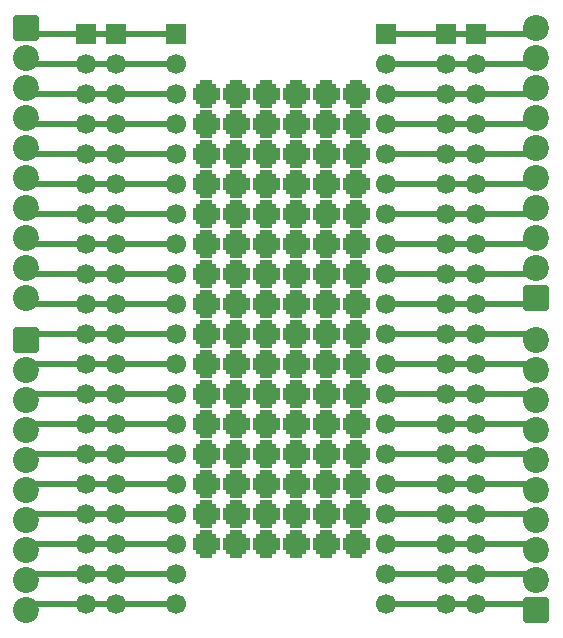
<source format=gtl>
G04 #@! TF.GenerationSoftware,KiCad,Pcbnew,9.0.6*
G04 #@! TF.CreationDate,2026-01-01T23:22:27-06:00*
G04 #@! TF.ProjectId,PiPico_BOB,50695069-636f-45f4-924f-422e6b696361,rev?*
G04 #@! TF.SameCoordinates,Original*
G04 #@! TF.FileFunction,Copper,L1,Top*
G04 #@! TF.FilePolarity,Positive*
%FSLAX46Y46*%
G04 Gerber Fmt 4.6, Leading zero omitted, Abs format (unit mm)*
G04 Created by KiCad (PCBNEW 9.0.6) date 2026-01-01 23:22:27*
%MOMM*%
%LPD*%
G01*
G04 APERTURE LIST*
G04 Aperture macros list*
%AMRoundRect*
0 Rectangle with rounded corners*
0 $1 Rounding radius*
0 $2 $3 $4 $5 $6 $7 $8 $9 X,Y pos of 4 corners*
0 Add a 4 corners polygon primitive as box body*
4,1,4,$2,$3,$4,$5,$6,$7,$8,$9,$2,$3,0*
0 Add four circle primitives for the rounded corners*
1,1,$1+$1,$2,$3*
1,1,$1+$1,$4,$5*
1,1,$1+$1,$6,$7*
1,1,$1+$1,$8,$9*
0 Add four rect primitives between the rounded corners*
20,1,$1+$1,$2,$3,$4,$5,0*
20,1,$1+$1,$4,$5,$6,$7,0*
20,1,$1+$1,$6,$7,$8,$9,0*
20,1,$1+$1,$8,$9,$2,$3,0*%
G04 Aperture macros list end*
G04 #@! TA.AperFunction,ComponentPad*
%ADD10R,1.700000X1.700000*%
G04 #@! TD*
G04 #@! TA.AperFunction,ComponentPad*
%ADD11C,1.700000*%
G04 #@! TD*
G04 #@! TA.AperFunction,SMDPad,CuDef*
%ADD12R,0.500000X1.000000*%
G04 #@! TD*
G04 #@! TA.AperFunction,SMDPad,CuDef*
%ADD13R,1.000000X0.500000*%
G04 #@! TD*
G04 #@! TA.AperFunction,ComponentPad*
%ADD14R,1.800000X1.800000*%
G04 #@! TD*
G04 #@! TA.AperFunction,ComponentPad*
%ADD15C,2.200000*%
G04 #@! TD*
G04 #@! TA.AperFunction,ComponentPad*
%ADD16RoundRect,0.249999X0.850001X-0.850001X0.850001X0.850001X-0.850001X0.850001X-0.850001X-0.850001X0*%
G04 #@! TD*
G04 #@! TA.AperFunction,ComponentPad*
%ADD17RoundRect,0.249999X-0.850001X0.850001X-0.850001X-0.850001X0.850001X-0.850001X0.850001X0.850001X0*%
G04 #@! TD*
G04 #@! TA.AperFunction,Conductor*
%ADD18C,0.500000*%
G04 #@! TD*
G04 APERTURE END LIST*
D10*
X78161295Y-58337363D03*
D11*
X78161295Y-60877363D03*
X78161295Y-63417363D03*
X78161295Y-65957363D03*
X78161295Y-68497363D03*
X78161295Y-71037363D03*
X78161295Y-73577363D03*
X78161295Y-76117363D03*
X78161295Y-78657363D03*
X78161295Y-81197363D03*
X78161295Y-83737363D03*
X78161295Y-86277363D03*
X78161295Y-88817363D03*
X78161295Y-91357363D03*
X78161295Y-93897363D03*
X78161295Y-96437363D03*
X78161295Y-98977363D03*
X78161295Y-101517363D03*
X78161295Y-104057363D03*
X78161295Y-106597363D03*
D10*
X75621295Y-58337363D03*
D11*
X75621295Y-60877363D03*
X75621295Y-63417363D03*
X75621295Y-65957363D03*
X75621295Y-68497363D03*
X75621295Y-71037363D03*
X75621295Y-73577363D03*
X75621295Y-76117363D03*
X75621295Y-78657363D03*
X75621295Y-81197363D03*
X75621295Y-83737363D03*
X75621295Y-86277363D03*
X75621295Y-88817363D03*
X75621295Y-91357363D03*
X75621295Y-93897363D03*
X75621295Y-96437363D03*
X75621295Y-98977363D03*
X75621295Y-101517363D03*
X75621295Y-104057363D03*
X75621295Y-106597363D03*
D12*
X97581295Y-101517363D03*
D13*
X98481295Y-100617363D03*
D14*
X98481295Y-101517363D03*
D13*
X98481295Y-102417363D03*
D12*
X99381295Y-101517363D03*
X97581295Y-98977363D03*
D13*
X98481295Y-98077363D03*
D14*
X98481295Y-98977363D03*
D13*
X98481295Y-99877363D03*
D12*
X99381295Y-98977363D03*
X97581295Y-96437363D03*
D13*
X98481295Y-95537363D03*
D14*
X98481295Y-96437363D03*
D13*
X98481295Y-97337363D03*
D12*
X99381295Y-96437363D03*
X97581295Y-93897363D03*
D13*
X98481295Y-92997363D03*
D14*
X98481295Y-93897363D03*
D13*
X98481295Y-94797363D03*
D12*
X99381295Y-93897363D03*
X97581295Y-91357363D03*
D13*
X98481295Y-90457363D03*
D14*
X98481295Y-91357363D03*
D13*
X98481295Y-92257363D03*
D12*
X99381295Y-91357363D03*
X97581295Y-88817363D03*
D13*
X98481295Y-87917363D03*
D14*
X98481295Y-88817363D03*
D13*
X98481295Y-89717363D03*
D12*
X99381295Y-88817363D03*
X97581295Y-86277363D03*
D13*
X98481295Y-85377363D03*
D14*
X98481295Y-86277363D03*
D13*
X98481295Y-87177363D03*
D12*
X99381295Y-86277363D03*
X97581295Y-83737363D03*
D13*
X98481295Y-82837363D03*
D14*
X98481295Y-83737363D03*
D13*
X98481295Y-84637363D03*
D12*
X99381295Y-83737363D03*
X97581295Y-81197363D03*
D13*
X98481295Y-80297363D03*
D14*
X98481295Y-81197363D03*
D13*
X98481295Y-82097363D03*
D12*
X99381295Y-81197363D03*
X97581295Y-78657363D03*
D13*
X98481295Y-77757363D03*
D14*
X98481295Y-78657363D03*
D13*
X98481295Y-79557363D03*
D12*
X99381295Y-78657363D03*
X97581295Y-76117363D03*
D13*
X98481295Y-75217363D03*
D14*
X98481295Y-76117363D03*
D13*
X98481295Y-77017363D03*
D12*
X99381295Y-76117363D03*
X97581295Y-73577363D03*
D13*
X98481295Y-72677363D03*
D14*
X98481295Y-73577363D03*
D13*
X98481295Y-74477363D03*
D12*
X99381295Y-73577363D03*
X97581295Y-71037363D03*
D13*
X98481295Y-70137363D03*
D14*
X98481295Y-71037363D03*
D13*
X98481295Y-71937363D03*
D12*
X99381295Y-71037363D03*
X97581295Y-68497363D03*
D13*
X98481295Y-67597363D03*
D14*
X98481295Y-68497363D03*
D13*
X98481295Y-69397363D03*
D12*
X99381295Y-68497363D03*
X97581295Y-65957363D03*
D13*
X98481295Y-65057363D03*
D14*
X98481295Y-65957363D03*
D13*
X98481295Y-66857363D03*
D12*
X99381295Y-65957363D03*
X97581295Y-63417363D03*
D13*
X98481295Y-62517363D03*
D14*
X98481295Y-63417363D03*
D13*
X98481295Y-64317363D03*
D12*
X99381295Y-63417363D03*
X95041295Y-101517363D03*
D13*
X95941295Y-100617363D03*
D14*
X95941295Y-101517363D03*
D13*
X95941295Y-102417363D03*
D12*
X96841295Y-101517363D03*
X95041295Y-98977363D03*
D13*
X95941295Y-98077363D03*
D14*
X95941295Y-98977363D03*
D13*
X95941295Y-99877363D03*
D12*
X96841295Y-98977363D03*
X95041295Y-96437363D03*
D13*
X95941295Y-95537363D03*
D14*
X95941295Y-96437363D03*
D13*
X95941295Y-97337363D03*
D12*
X96841295Y-96437363D03*
X95041295Y-93897363D03*
D13*
X95941295Y-92997363D03*
D14*
X95941295Y-93897363D03*
D13*
X95941295Y-94797363D03*
D12*
X96841295Y-93897363D03*
X95041295Y-91357363D03*
D13*
X95941295Y-90457363D03*
D14*
X95941295Y-91357363D03*
D13*
X95941295Y-92257363D03*
D12*
X96841295Y-91357363D03*
X95041295Y-88817363D03*
D13*
X95941295Y-87917363D03*
D14*
X95941295Y-88817363D03*
D13*
X95941295Y-89717363D03*
D12*
X96841295Y-88817363D03*
X95041295Y-86277363D03*
D13*
X95941295Y-85377363D03*
D14*
X95941295Y-86277363D03*
D13*
X95941295Y-87177363D03*
D12*
X96841295Y-86277363D03*
X95041295Y-83737363D03*
D13*
X95941295Y-82837363D03*
D14*
X95941295Y-83737363D03*
D13*
X95941295Y-84637363D03*
D12*
X96841295Y-83737363D03*
X95041295Y-81197363D03*
D13*
X95941295Y-80297363D03*
D14*
X95941295Y-81197363D03*
D13*
X95941295Y-82097363D03*
D12*
X96841295Y-81197363D03*
X95041295Y-78657363D03*
D13*
X95941295Y-77757363D03*
D14*
X95941295Y-78657363D03*
D13*
X95941295Y-79557363D03*
D12*
X96841295Y-78657363D03*
X95041295Y-76117363D03*
D13*
X95941295Y-75217363D03*
D14*
X95941295Y-76117363D03*
D13*
X95941295Y-77017363D03*
D12*
X96841295Y-76117363D03*
X95041295Y-73577363D03*
D13*
X95941295Y-72677363D03*
D14*
X95941295Y-73577363D03*
D13*
X95941295Y-74477363D03*
D12*
X96841295Y-73577363D03*
X95041295Y-71037363D03*
D13*
X95941295Y-70137363D03*
D14*
X95941295Y-71037363D03*
D13*
X95941295Y-71937363D03*
D12*
X96841295Y-71037363D03*
X95041295Y-68497363D03*
D13*
X95941295Y-67597363D03*
D14*
X95941295Y-68497363D03*
D13*
X95941295Y-69397363D03*
D12*
X96841295Y-68497363D03*
X95041295Y-65957363D03*
D13*
X95941295Y-65057363D03*
D14*
X95941295Y-65957363D03*
D13*
X95941295Y-66857363D03*
D12*
X96841295Y-65957363D03*
X95041295Y-63417363D03*
D13*
X95941295Y-62517363D03*
D14*
X95941295Y-63417363D03*
D13*
X95941295Y-64317363D03*
D12*
X96841295Y-63417363D03*
X92501295Y-101517363D03*
D13*
X93401295Y-100617363D03*
D14*
X93401295Y-101517363D03*
D13*
X93401295Y-102417363D03*
D12*
X94301295Y-101517363D03*
X92501295Y-98977363D03*
D13*
X93401295Y-98077363D03*
D14*
X93401295Y-98977363D03*
D13*
X93401295Y-99877363D03*
D12*
X94301295Y-98977363D03*
X92501295Y-96437363D03*
D13*
X93401295Y-95537363D03*
D14*
X93401295Y-96437363D03*
D13*
X93401295Y-97337363D03*
D12*
X94301295Y-96437363D03*
X92501295Y-93897363D03*
D13*
X93401295Y-92997363D03*
D14*
X93401295Y-93897363D03*
D13*
X93401295Y-94797363D03*
D12*
X94301295Y-93897363D03*
X92501295Y-91357363D03*
D13*
X93401295Y-90457363D03*
D14*
X93401295Y-91357363D03*
D13*
X93401295Y-92257363D03*
D12*
X94301295Y-91357363D03*
X92501295Y-88817363D03*
D13*
X93401295Y-87917363D03*
D14*
X93401295Y-88817363D03*
D13*
X93401295Y-89717363D03*
D12*
X94301295Y-88817363D03*
X92501295Y-86277363D03*
D13*
X93401295Y-85377363D03*
D14*
X93401295Y-86277363D03*
D13*
X93401295Y-87177363D03*
D12*
X94301295Y-86277363D03*
X92501295Y-83737363D03*
D13*
X93401295Y-82837363D03*
D14*
X93401295Y-83737363D03*
D13*
X93401295Y-84637363D03*
D12*
X94301295Y-83737363D03*
X92501295Y-81197363D03*
D13*
X93401295Y-80297363D03*
D14*
X93401295Y-81197363D03*
D13*
X93401295Y-82097363D03*
D12*
X94301295Y-81197363D03*
X92501295Y-78657363D03*
D13*
X93401295Y-77757363D03*
D14*
X93401295Y-78657363D03*
D13*
X93401295Y-79557363D03*
D12*
X94301295Y-78657363D03*
X92501295Y-76117363D03*
D13*
X93401295Y-75217363D03*
D14*
X93401295Y-76117363D03*
D13*
X93401295Y-77017363D03*
D12*
X94301295Y-76117363D03*
X92501295Y-73577363D03*
D13*
X93401295Y-72677363D03*
D14*
X93401295Y-73577363D03*
D13*
X93401295Y-74477363D03*
D12*
X94301295Y-73577363D03*
X92501295Y-71037363D03*
D13*
X93401295Y-70137363D03*
D14*
X93401295Y-71037363D03*
D13*
X93401295Y-71937363D03*
D12*
X94301295Y-71037363D03*
X92501295Y-68497363D03*
D13*
X93401295Y-67597363D03*
D14*
X93401295Y-68497363D03*
D13*
X93401295Y-69397363D03*
D12*
X94301295Y-68497363D03*
X92501295Y-65957363D03*
D13*
X93401295Y-65057363D03*
D14*
X93401295Y-65957363D03*
D13*
X93401295Y-66857363D03*
D12*
X94301295Y-65957363D03*
X92501295Y-63417363D03*
D13*
X93401295Y-62517363D03*
D14*
X93401295Y-63417363D03*
D13*
X93401295Y-64317363D03*
D12*
X94301295Y-63417363D03*
X89961295Y-101517363D03*
D13*
X90861295Y-100617363D03*
D14*
X90861295Y-101517363D03*
D13*
X90861295Y-102417363D03*
D12*
X91761295Y-101517363D03*
X89961295Y-98977363D03*
D13*
X90861295Y-98077363D03*
D14*
X90861295Y-98977363D03*
D13*
X90861295Y-99877363D03*
D12*
X91761295Y-98977363D03*
X89961295Y-96437363D03*
D13*
X90861295Y-95537363D03*
D14*
X90861295Y-96437363D03*
D13*
X90861295Y-97337363D03*
D12*
X91761295Y-96437363D03*
X89961295Y-93897363D03*
D13*
X90861295Y-92997363D03*
D14*
X90861295Y-93897363D03*
D13*
X90861295Y-94797363D03*
D12*
X91761295Y-93897363D03*
X89961295Y-91357363D03*
D13*
X90861295Y-90457363D03*
D14*
X90861295Y-91357363D03*
D13*
X90861295Y-92257363D03*
D12*
X91761295Y-91357363D03*
X89961295Y-88817363D03*
D13*
X90861295Y-87917363D03*
D14*
X90861295Y-88817363D03*
D13*
X90861295Y-89717363D03*
D12*
X91761295Y-88817363D03*
X89961295Y-86277363D03*
D13*
X90861295Y-85377363D03*
D14*
X90861295Y-86277363D03*
D13*
X90861295Y-87177363D03*
D12*
X91761295Y-86277363D03*
X89961295Y-83737363D03*
D13*
X90861295Y-82837363D03*
D14*
X90861295Y-83737363D03*
D13*
X90861295Y-84637363D03*
D12*
X91761295Y-83737363D03*
X89961295Y-81197363D03*
D13*
X90861295Y-80297363D03*
D14*
X90861295Y-81197363D03*
D13*
X90861295Y-82097363D03*
D12*
X91761295Y-81197363D03*
X89961295Y-78657363D03*
D13*
X90861295Y-77757363D03*
D14*
X90861295Y-78657363D03*
D13*
X90861295Y-79557363D03*
D12*
X91761295Y-78657363D03*
X89961295Y-76117363D03*
D13*
X90861295Y-75217363D03*
D14*
X90861295Y-76117363D03*
D13*
X90861295Y-77017363D03*
D12*
X91761295Y-76117363D03*
X89961295Y-73577363D03*
D13*
X90861295Y-72677363D03*
D14*
X90861295Y-73577363D03*
D13*
X90861295Y-74477363D03*
D12*
X91761295Y-73577363D03*
X89961295Y-71037363D03*
D13*
X90861295Y-70137363D03*
D14*
X90861295Y-71037363D03*
D13*
X90861295Y-71937363D03*
D12*
X91761295Y-71037363D03*
X89961295Y-68497363D03*
D13*
X90861295Y-67597363D03*
D14*
X90861295Y-68497363D03*
D13*
X90861295Y-69397363D03*
D12*
X91761295Y-68497363D03*
X89961295Y-65957363D03*
D13*
X90861295Y-65057363D03*
D14*
X90861295Y-65957363D03*
D13*
X90861295Y-66857363D03*
D12*
X91761295Y-65957363D03*
X89961295Y-63417363D03*
D13*
X90861295Y-62517363D03*
D14*
X90861295Y-63417363D03*
D13*
X90861295Y-64317363D03*
D12*
X91761295Y-63417363D03*
X87421295Y-101517363D03*
D13*
X88321295Y-100617363D03*
D14*
X88321295Y-101517363D03*
D13*
X88321295Y-102417363D03*
D12*
X89221295Y-101517363D03*
X87421295Y-98977363D03*
D13*
X88321295Y-98077363D03*
D14*
X88321295Y-98977363D03*
D13*
X88321295Y-99877363D03*
D12*
X89221295Y-98977363D03*
X87421295Y-96437363D03*
D13*
X88321295Y-95537363D03*
D14*
X88321295Y-96437363D03*
D13*
X88321295Y-97337363D03*
D12*
X89221295Y-96437363D03*
X87421295Y-93897363D03*
D13*
X88321295Y-92997363D03*
D14*
X88321295Y-93897363D03*
D13*
X88321295Y-94797363D03*
D12*
X89221295Y-93897363D03*
X87421295Y-91357363D03*
D13*
X88321295Y-90457363D03*
D14*
X88321295Y-91357363D03*
D13*
X88321295Y-92257363D03*
D12*
X89221295Y-91357363D03*
X87421295Y-88817363D03*
D13*
X88321295Y-87917363D03*
D14*
X88321295Y-88817363D03*
D13*
X88321295Y-89717363D03*
D12*
X89221295Y-88817363D03*
X87421295Y-86277363D03*
D13*
X88321295Y-85377363D03*
D14*
X88321295Y-86277363D03*
D13*
X88321295Y-87177363D03*
D12*
X89221295Y-86277363D03*
X87421295Y-83737363D03*
D13*
X88321295Y-82837363D03*
D14*
X88321295Y-83737363D03*
D13*
X88321295Y-84637363D03*
D12*
X89221295Y-83737363D03*
X87421295Y-81197363D03*
D13*
X88321295Y-80297363D03*
D14*
X88321295Y-81197363D03*
D13*
X88321295Y-82097363D03*
D12*
X89221295Y-81197363D03*
X87421295Y-78657363D03*
D13*
X88321295Y-77757363D03*
D14*
X88321295Y-78657363D03*
D13*
X88321295Y-79557363D03*
D12*
X89221295Y-78657363D03*
X87421295Y-76117363D03*
D13*
X88321295Y-75217363D03*
D14*
X88321295Y-76117363D03*
D13*
X88321295Y-77017363D03*
D12*
X89221295Y-76117363D03*
X87421295Y-73577363D03*
D13*
X88321295Y-72677363D03*
D14*
X88321295Y-73577363D03*
D13*
X88321295Y-74477363D03*
D12*
X89221295Y-73577363D03*
X87421295Y-71037363D03*
D13*
X88321295Y-70137363D03*
D14*
X88321295Y-71037363D03*
D13*
X88321295Y-71937363D03*
D12*
X89221295Y-71037363D03*
X87421295Y-68497363D03*
D13*
X88321295Y-67597363D03*
D14*
X88321295Y-68497363D03*
D13*
X88321295Y-69397363D03*
D12*
X89221295Y-68497363D03*
X87421295Y-65957363D03*
D13*
X88321295Y-65057363D03*
D14*
X88321295Y-65957363D03*
D13*
X88321295Y-66857363D03*
D12*
X89221295Y-65957363D03*
X87421295Y-63417363D03*
D13*
X88321295Y-62517363D03*
D14*
X88321295Y-63417363D03*
D13*
X88321295Y-64317363D03*
D12*
X89221295Y-63417363D03*
D15*
X113721295Y-84237363D03*
X113721295Y-86777363D03*
X113721295Y-89317363D03*
X113721295Y-91857363D03*
X113721295Y-94397363D03*
X113721295Y-96937363D03*
X113721295Y-99477363D03*
X113721295Y-102017363D03*
X113721295Y-104557363D03*
D16*
X113721295Y-107097363D03*
D11*
X83241295Y-106597363D03*
X83241295Y-104057363D03*
X83241295Y-101517363D03*
X83241295Y-98977363D03*
X83241295Y-96437363D03*
X83241295Y-93897363D03*
X83241295Y-91357363D03*
X83241295Y-88817363D03*
X83241295Y-86277363D03*
X83241295Y-83737363D03*
X83241295Y-81197363D03*
X83241295Y-78657363D03*
X83241295Y-76117363D03*
X83241295Y-73577363D03*
X83241295Y-71037363D03*
X83241295Y-68497363D03*
X83241295Y-65957363D03*
X83241295Y-63417363D03*
X83241295Y-60877363D03*
D10*
X83241295Y-58337363D03*
D11*
X106101295Y-106597363D03*
X106101295Y-104057363D03*
X106101295Y-101517363D03*
X106101295Y-98977363D03*
X106101295Y-96437363D03*
X106101295Y-93897363D03*
X106101295Y-91357363D03*
X106101295Y-88817363D03*
X106101295Y-86277363D03*
X106101295Y-83737363D03*
X106101295Y-81197363D03*
X106101295Y-78657363D03*
X106101295Y-76117363D03*
X106101295Y-73577363D03*
X106101295Y-71037363D03*
X106101295Y-68497363D03*
X106101295Y-65957363D03*
X106101295Y-63417363D03*
X106101295Y-60877363D03*
D10*
X106101295Y-58337363D03*
D15*
X70541295Y-107097363D03*
X70541295Y-104557363D03*
X70541295Y-102017364D03*
X70541295Y-99477363D03*
X70541295Y-96937363D03*
X70541295Y-94397363D03*
X70541295Y-91857363D03*
X70541295Y-89317362D03*
X70541295Y-86777363D03*
D17*
X70541295Y-84237363D03*
D11*
X101021295Y-106597363D03*
X101021295Y-104057363D03*
X101021295Y-101517363D03*
X101021295Y-98977363D03*
X101021295Y-96437363D03*
X101021295Y-93897363D03*
X101021295Y-91357363D03*
X101021295Y-88817363D03*
X101021295Y-86277363D03*
X101021295Y-83737363D03*
X101021295Y-81197363D03*
X101021295Y-78657363D03*
X101021295Y-76117363D03*
X101021295Y-73577363D03*
X101021295Y-71037363D03*
X101021295Y-68497363D03*
X101021295Y-65957363D03*
X101021295Y-63417363D03*
X101021295Y-60877363D03*
D10*
X101021295Y-58337363D03*
D15*
X70541295Y-80697363D03*
X70541295Y-78157363D03*
X70541295Y-75617363D03*
X70541295Y-73077363D03*
X70541295Y-70537363D03*
X70541295Y-67997363D03*
X70541295Y-65457363D03*
X70541295Y-62917363D03*
X70541295Y-60377363D03*
D17*
X70541295Y-57837363D03*
D15*
X113721295Y-57837363D03*
X113721295Y-60377363D03*
X113721295Y-62917362D03*
X113721295Y-65457363D03*
X113721295Y-67997363D03*
X113721295Y-70537363D03*
X113721295Y-73077363D03*
X113721295Y-75617364D03*
X113721295Y-78157363D03*
D16*
X113721295Y-80697363D03*
D11*
X108641295Y-106597363D03*
X108641295Y-104057363D03*
X108641295Y-101517363D03*
X108641295Y-98977363D03*
X108641295Y-96437363D03*
X108641295Y-93897363D03*
X108641295Y-91357363D03*
X108641295Y-88817363D03*
X108641295Y-86277363D03*
X108641295Y-83737363D03*
X108641295Y-81197363D03*
X108641295Y-78657363D03*
X108641295Y-76117363D03*
X108641295Y-73577363D03*
X108641295Y-71037363D03*
X108641295Y-68497363D03*
X108641295Y-65957363D03*
X108641295Y-63417363D03*
X108641295Y-60877363D03*
D10*
X108641295Y-58337363D03*
D12*
X84881295Y-101517363D03*
D13*
X85781295Y-100617363D03*
D14*
X85781295Y-101517363D03*
D13*
X85781295Y-102417363D03*
D12*
X86681295Y-101517363D03*
X84881295Y-98977363D03*
D13*
X85781295Y-98077363D03*
D14*
X85781295Y-98977363D03*
D13*
X85781295Y-99877363D03*
D12*
X86681295Y-98977363D03*
X84881295Y-96437363D03*
D13*
X85781295Y-95537363D03*
D14*
X85781295Y-96437363D03*
D13*
X85781295Y-97337363D03*
D12*
X86681295Y-96437363D03*
X84881295Y-93897363D03*
D13*
X85781295Y-92997363D03*
D14*
X85781295Y-93897363D03*
D13*
X85781295Y-94797363D03*
D12*
X86681295Y-93897363D03*
X84881295Y-91357363D03*
D13*
X85781295Y-90457363D03*
D14*
X85781295Y-91357363D03*
D13*
X85781295Y-92257363D03*
D12*
X86681295Y-91357363D03*
X84881295Y-88817363D03*
D13*
X85781295Y-87917363D03*
D14*
X85781295Y-88817363D03*
D13*
X85781295Y-89717363D03*
D12*
X86681295Y-88817363D03*
X84881295Y-86277363D03*
D13*
X85781295Y-85377363D03*
D14*
X85781295Y-86277363D03*
D13*
X85781295Y-87177363D03*
D12*
X86681295Y-86277363D03*
X84881295Y-83737363D03*
D13*
X85781295Y-82837363D03*
D14*
X85781295Y-83737363D03*
D13*
X85781295Y-84637363D03*
D12*
X86681295Y-83737363D03*
X84881295Y-81197363D03*
D13*
X85781295Y-80297363D03*
D14*
X85781295Y-81197363D03*
D13*
X85781295Y-82097363D03*
D12*
X86681295Y-81197363D03*
X84881295Y-78657363D03*
D13*
X85781295Y-77757363D03*
D14*
X85781295Y-78657363D03*
D13*
X85781295Y-79557363D03*
D12*
X86681295Y-78657363D03*
X84881295Y-76117363D03*
D13*
X85781295Y-75217363D03*
D14*
X85781295Y-76117363D03*
D13*
X85781295Y-77017363D03*
D12*
X86681295Y-76117363D03*
X84881295Y-73577363D03*
D13*
X85781295Y-72677363D03*
D14*
X85781295Y-73577363D03*
D13*
X85781295Y-74477363D03*
D12*
X86681295Y-73577363D03*
X84881295Y-71037363D03*
D13*
X85781295Y-70137363D03*
D14*
X85781295Y-71037363D03*
D13*
X85781295Y-71937363D03*
D12*
X86681295Y-71037363D03*
X84881295Y-68497363D03*
D13*
X85781295Y-67597363D03*
D14*
X85781295Y-68497363D03*
D13*
X85781295Y-69397363D03*
D12*
X86681295Y-68497363D03*
X84881295Y-65957363D03*
D13*
X85781295Y-65057363D03*
D14*
X85781295Y-65957363D03*
D13*
X85781295Y-66857363D03*
D12*
X86681295Y-65957363D03*
X84881295Y-63417363D03*
D13*
X85781295Y-62517363D03*
D14*
X85781295Y-63417363D03*
D13*
X85781295Y-64317363D03*
D12*
X86681295Y-63417363D03*
D18*
X113221295Y-106597363D02*
X113721295Y-107097363D01*
X101021295Y-106597363D02*
X113221295Y-106597363D01*
X113221295Y-104057363D02*
X113721295Y-104557363D01*
X101021295Y-104057363D02*
X113221295Y-104057363D01*
X113221295Y-101517363D02*
X113721295Y-102017363D01*
X101021295Y-101517363D02*
X113221295Y-101517363D01*
X113221295Y-98977363D02*
X113721295Y-99477363D01*
X101021295Y-98977363D02*
X113221295Y-98977363D01*
X113221295Y-96437363D02*
X113721295Y-96937363D01*
X101021295Y-96437363D02*
X113221295Y-96437363D01*
X113221295Y-93897363D02*
X113721295Y-94397363D01*
X101021295Y-93897363D02*
X113221295Y-93897363D01*
X113221295Y-91357363D02*
X113721295Y-91857363D01*
X101021295Y-91357363D02*
X113221295Y-91357363D01*
X113221295Y-88817363D02*
X113721295Y-89317363D01*
X101021295Y-88817363D02*
X113221295Y-88817363D01*
X113221295Y-86277363D02*
X113721295Y-86777363D01*
X101021295Y-86277363D02*
X113221295Y-86277363D01*
X113221295Y-83737363D02*
X113721295Y-84237363D01*
X101021295Y-83737363D02*
X113221295Y-83737363D01*
X113221295Y-81197363D02*
X113721295Y-80697363D01*
X101021295Y-81197363D02*
X113221295Y-81197363D01*
X113221295Y-78657363D02*
X113721295Y-78157363D01*
X101021295Y-78657363D02*
X113221295Y-78657363D01*
X101021295Y-76117363D02*
X113221296Y-76117363D01*
X113221296Y-76117363D02*
X113721295Y-75617364D01*
X113221295Y-73577363D02*
X113721295Y-73077363D01*
X101021295Y-73577363D02*
X113221295Y-73577363D01*
X113221295Y-71037363D02*
X113721295Y-70537363D01*
X101021295Y-71037363D02*
X113221295Y-71037363D01*
X113221295Y-68497363D02*
X113721295Y-67997363D01*
X101021295Y-68497363D02*
X113221295Y-68497363D01*
X113221295Y-65957363D02*
X113721295Y-65457363D01*
X101021295Y-65957363D02*
X113221295Y-65957363D01*
X113221294Y-63417363D02*
X113721295Y-62917362D01*
X101021295Y-63417363D02*
X113221294Y-63417363D01*
X113221295Y-60877363D02*
X113721295Y-60377363D01*
X101021295Y-60877363D02*
X113221295Y-60877363D01*
X113221295Y-58337363D02*
X113721295Y-57837363D01*
X101021295Y-58337363D02*
X113221295Y-58337363D01*
X71041295Y-106597363D02*
X70541295Y-107097363D01*
X83241295Y-106597363D02*
X71041295Y-106597363D01*
X71041295Y-104057363D02*
X70541295Y-104557363D01*
X83241295Y-104057363D02*
X71041295Y-104057363D01*
X71041296Y-101517363D02*
X70541295Y-102017364D01*
X83241295Y-101517363D02*
X71041296Y-101517363D01*
X71041295Y-98977363D02*
X70541295Y-99477363D01*
X83241295Y-98977363D02*
X71041295Y-98977363D01*
X71041295Y-96437363D02*
X70541295Y-96937363D01*
X83241295Y-96437363D02*
X71041295Y-96437363D01*
X71041295Y-93897363D02*
X70541295Y-94397363D01*
X83241295Y-93897363D02*
X71041295Y-93897363D01*
X71041295Y-91357363D02*
X70541295Y-91857363D01*
X83241295Y-91357363D02*
X71041295Y-91357363D01*
X71041294Y-88817363D02*
X70541295Y-89317362D01*
X83241295Y-88817363D02*
X71041294Y-88817363D01*
X83241295Y-86277363D02*
X71041295Y-86277363D01*
X71041295Y-86277363D02*
X70541295Y-86777363D01*
X71041295Y-83737363D02*
X70541295Y-84237363D01*
X83241295Y-83737363D02*
X71041295Y-83737363D01*
X83241295Y-81197363D02*
X71041295Y-81197363D01*
X71041295Y-81197363D02*
X70541295Y-80697363D01*
X71041295Y-78657363D02*
X70541295Y-78157363D01*
X83241295Y-78657363D02*
X71041295Y-78657363D01*
X71041295Y-76117363D02*
X70541295Y-75617363D01*
X83241295Y-76117363D02*
X71041295Y-76117363D01*
X71041295Y-73577363D02*
X70541295Y-73077363D01*
X83241295Y-73577363D02*
X71041295Y-73577363D01*
X83241295Y-71037363D02*
X71041295Y-71037363D01*
X71041295Y-71037363D02*
X70541295Y-70537363D01*
X83241295Y-68497363D02*
X71041295Y-68497363D01*
X71041295Y-68497363D02*
X70541295Y-67997363D01*
X71041295Y-65957363D02*
X70541295Y-65457363D01*
X83241295Y-65957363D02*
X71041295Y-65957363D01*
X71041295Y-63417363D02*
X70541295Y-62917363D01*
X83241295Y-63417363D02*
X71041295Y-63417363D01*
X71041295Y-60877363D02*
X70541295Y-60377363D01*
X83241295Y-60877363D02*
X71041295Y-60877363D01*
X71041295Y-58337363D02*
X70541295Y-57837363D01*
X83241295Y-58337363D02*
X71041295Y-58337363D01*
X83241294Y-76117364D02*
X83241295Y-76117363D01*
X70541296Y-63417363D02*
X70541295Y-63417362D01*
X70541296Y-96437363D02*
X70541295Y-96437362D01*
X83241294Y-86277362D02*
X83241295Y-86277363D01*
X113721294Y-68497363D02*
X113721295Y-68497364D01*
X113721294Y-88817363D02*
X113721295Y-88817362D01*
X113721294Y-78657363D02*
X113721295Y-78657364D01*
X101021296Y-101517364D02*
X101021295Y-101517363D01*
X83241294Y-98977364D02*
X83241295Y-98977363D01*
X101021296Y-65957362D02*
X101021295Y-65957363D01*
M02*

</source>
